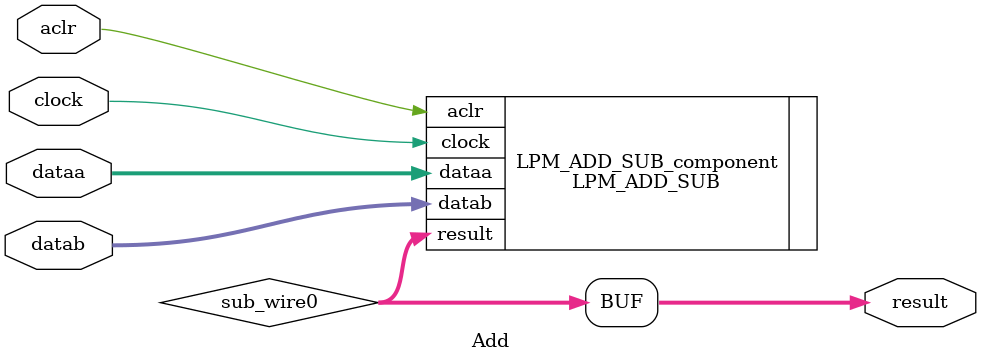
<source format=v>


module Add(aclr, clock, dataa, datab, result);
   input         aclr;
   input         clock;
   input [23:0]  dataa;
   input [23:0]  datab;
   output [23:0] result;
   
   
   wire [23:0]   sub_wire0;
   
   assign result = sub_wire0[23:0];
   
   
   LPM_ADD_SUB #("ADD", "ONE_INPUT_IS_CONSTANT=NO,CIN_USED=NO", 1, "SIGNED", "LPM_ADD_SUB", 24) LPM_ADD_SUB_component(.aclr(aclr), .clock(clock), .datab(datab), .dataa(dataa), .result(sub_wire0));
   
endmodule

</source>
